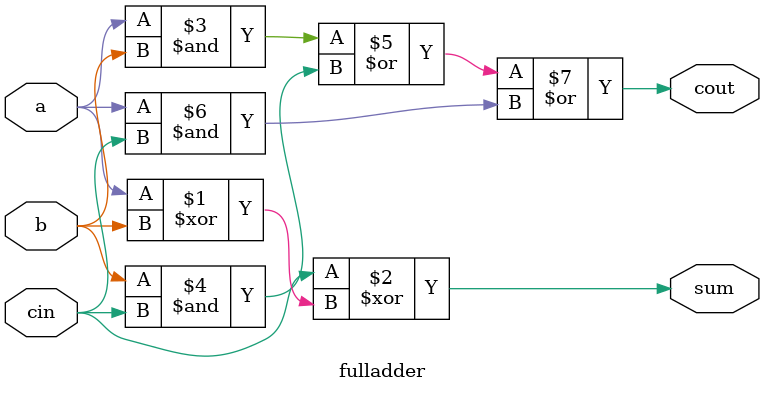
<source format=v>
module fulladder(a, b, cin, cout, sum);
input  a, b;
input cin;
output cout;
output  sum;

//reg cout,sum;

assign sum = cin ^ (a ^ b);
assign cout = (a & b) | (b & cin) | (a & cin);
endmodule

</source>
